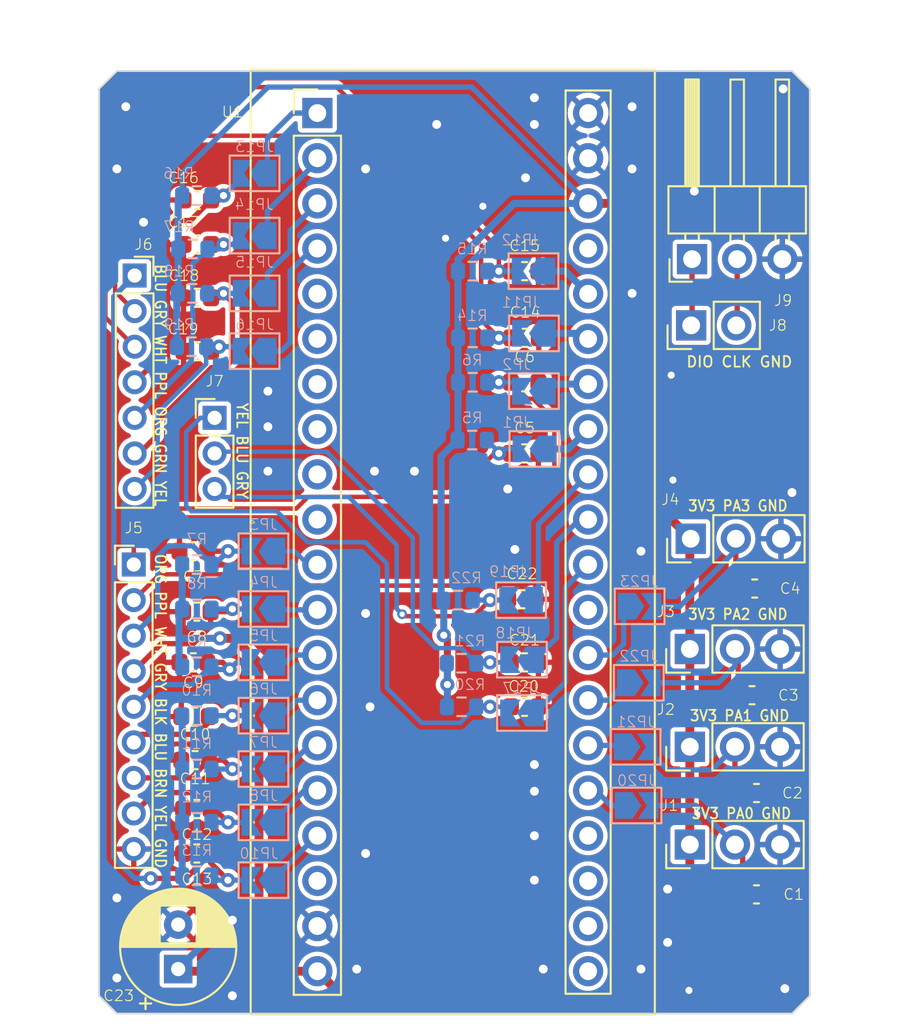
<source format=kicad_pcb>
(kicad_pcb (version 20221018) (generator pcbnew)
  (layers (0 "F.Cu" signal) (31 "B.Cu" signal) (34 "B.Paste" user) (35 "F.Paste" user) (36 "B.SilkS" user "B.Silkscreen") (37 "F.SilkS" user "F.Silkscreen") (38 "B.Mask" user) (39 "F.Mask" user) (44 "Edge.Cuts" user))
  (net 0 "")
  (net 1 "+3V3")
  (net 2 "GND")
  (net 3 "Net-(J1-Pin_2)")
  (net 4 "Net-(J2-Pin_2)")
  (net 5 "Net-(J3-Pin_2)")
  (net 6 "Net-(J4-Pin_2)")
  (net 7 "/S2_ORG")
  (net 8 "/S5_PPL")
  (net 9 "/S6_WHT")
  (net 10 "/S7_GRY")
  (net 11 "/S8_BLK")
  (net 12 "/S9_BLU")
  (net 13 "/S10_BRN")
  (net 14 "/S11_YEL")
  (net 15 "/S1_BLU")
  (net 16 "/S3_GRY")
  (net 17 "/S4_WHT")
  (net 18 "/S15_PPL")
  (net 19 "/S16_ORG")
  (net 20 "/S17_GRN")
  (net 21 "/S18_YEL")
  (net 22 "/S12_YEL")
  (net 23 "/S13_BLU")
  (net 24 "/S14_GRY")
  (net 25 "/PB0")
  (net 26 "/PB1")
  (net 27 "/PB3")
  (net 28 "/PB4")
  (net 29 "/PB5")
  (net 30 "/PB6")
  (net 31 "/PB7")
  (net 32 "/PB8")
  (net 33 "/PA2")
  (net 34 "/PB9")
  (net 35 "/PB10")
  (net 36 "/PB11")
  (net 37 "/PB12")
  (net 38 "/PB13")
  (net 39 "/PB14")
  (net 40 "/PB15")
  (net 41 "/PA3")
  (net 42 "/PA4")
  (net 43 "/PA0")
  (net 44 "/PA1")
  (net 45 "/PA8")
  (net 46 "/PA9")
  (net 47 "/PA10")
  (net 48 "/PA11")
  (net 49 "/PA12")
  (net 50 "/PA15")
  (net 54 "/PC14")
  (net 55 "/PC15")
  (net 56 "/PA5")
  (net 57 "/PA6")
  (net 58 "/PA7")
  (net 60 "Net-(J8-Pin_1)")
  (net 61 "Net-(J8-Pin_2)")
  (footprint "Capacitor_SMD:C_0603_1608Metric" (layer "F.Cu") (at 90.3 84.75 180)
    (fp_text reference "C9")
    (fp_text value "0.1uF")
  )
  (footprint "Capacitor_SMD:C_0603_1608Metric" (layer "F.Cu") (at 121.9 80.6)
    (fp_text reference "C4")
    (fp_text value "0.1uF")
  )
  (footprint "Bluepill:YAAJ_BluePill_Default" (layer "F.Cu") (at 97.284759 53.86)
    (fp_text reference "U1")
    (fp_text value "YAAJ_BluePill_Part_Like" hide)
  )
  (footprint "Capacitor_SMD:C_0603_1608Metric" (layer "F.Cu") (at 90.5 81.9 180)
    (fp_text reference "C8")
    (fp_text value "0.1uF")
  )
  (footprint "Capacitor_SMD:C_0603_1608Metric" (layer "F.Cu") (at 90.525 67.25 180)
    (fp_text reference "C19")
    (fp_text value "0.1uF")
  )
  (footprint "Capacitor_SMD:C_0603_1608Metric" (layer "F.Cu") (at 108.8 81.2)
    (fp_text reference "C22")
    (fp_text value "0.1uF")
  )
  (footprint "Capacitor_SMD:C_0603_1608Metric" (layer "F.Cu") (at 108.95 69)
    (fp_text reference "C6")
    (fp_text value "0.1uF")
  )
  (footprint "Capacitor_SMD:C_0603_1608Metric" (layer "F.Cu") (at 108.95 84.75)
    (fp_text reference "C21")
    (fp_text value "0.1uF")
  )
  (footprint "Capacitor_SMD:C_0603_1608Metric" (layer "F.Cu") (at 90.525 58.75 180)
    (fp_text reference "C16")
    (fp_text value "0.1uF")
  )
  (footprint "Capacitor_SMD:C_0603_1608Metric" (layer "F.Cu") (at 90.5 95.5 180)
    (fp_text reference "C13")
    (fp_text value "0.1uF")
  )
  (footprint "Capacitor_THT:CP_Radial_D6.3mm_P2.50mm" (layer "F.Cu") (at 89.45 102 90)
    (fp_text reference "C23")
    (fp_text value "220uF/16V")
  )
  (footprint "Capacitor_SMD:C_0603_1608Metric" (layer "F.Cu") (at 108.95 87.25)
    (fp_text reference "C20")
    (fp_text value "0.1uF")
  )
  (footprint "Capacitor_SMD:C_0603_1608Metric" (layer "F.Cu") (at 108.975 66.5)
    (fp_text reference "C14")
    (fp_text value "0.1uF")
  )
  (footprint "Connector_PinHeader_2.00mm:PinHeader_1x03_P2.00mm_Vertical" (layer "F.Cu") (at 91.5 71)
    (fp_text reference "J7")
    (fp_text value "Conn_01x03_Socket")
  )
  (footprint "Capacitor_SMD:C_0603_1608Metric" (layer "F.Cu") (at 90.4 87.8 180)
    (fp_text reference "C10")
    (fp_text value "0.1uF")
  )
  (footprint "Connector_PinHeader_2.54mm:PinHeader_1x03_P2.54mm_Vertical" (layer "F.Cu") (at 118.25 89.5 90)
    (fp_text reference "J2")
    (fp_text value "Conn_01x03_Socket")
  )
  (footprint "Capacitor_SMD:C_0603_1608Metric" (layer "F.Cu") (at 90.3 78.5 180)
    (fp_text reference "C7")
    (fp_text value "0.1uF")
  )
  (footprint "Capacitor_SMD:C_0603_1608Metric" (layer "F.Cu") (at 90.525 64.25 180)
    (fp_text reference "C18")
    (fp_text value "0.1uF")
  )
  (footprint "Capacitor_SMD:C_0603_1608Metric" (layer "F.Cu") (at 121.75 86.6)
    (fp_text reference "C3")
    (fp_text value "0.1uF")
  )
  (footprint "Capacitor_SMD:C_0603_1608Metric" (layer "F.Cu") (at 90.4 90.25 180)
    (fp_text reference "C11")
    (fp_text value "0.1uF")
  )
  (footprint "Connector_PinHeader_2.54mm:PinHeader_1x03_P2.54mm_Vertical" (layer "F.Cu") (at 118.3 77.8 90)
    (fp_text reference "J4")
    (fp_text value "Conn_01x03_Socket")
  )
  (footprint "Capacitor_SMD:C_0603_1608Metric" (layer "F.Cu") (at 108.95 73)
    (fp_text reference "C5")
    (fp_text value "0.1uF")
  )
  (footprint "Capacitor_SMD:C_0603_1608Metric" (layer "F.Cu") (at 90.525 61.25 180)
    (fp_text reference "C17")
    (fp_text value "0.1uF")
  )
  (footprint "Connector_PinHeader_2.54mm:PinHeader_1x03_P2.54mm_Vertical" (layer "F.Cu") (at 118.25 84 90)
    (fp_text reference "J3")
    (fp_text value "Conn_01x03_Socket")
  )
  (footprint "Capacitor_SMD:C_0603_1608Metric" (layer "F.Cu") (at 122 97.8)
    (fp_text reference "C1")
    (fp_text value "0.1uF")
  )
  (footprint "Connector_PinSocket_2.00mm:PinSocket_1x07_P2.00mm_Vertical" (layer "F.Cu") (at 87 63)
    (fp_text reference "J6")
    (fp_text value "Conn_01x07_Socket")
  )
  (footprint "Capacitor_SMD:C_0603_1608Metric" (layer "F.Cu") (at 108.95 62.75)
    (fp_text reference "C15")
    (fp_text value "0.1uF")
  )
  (footprint "Connector_PinHeader_2.54mm:PinHeader_1x03_P2.54mm_Vertical" (layer "F.Cu") (at 118.25 95 90)
    (fp_text reference "J1")
    (fp_text value "Conn_01x03_Socket")
  )
  (footprint "Connector_PinHeader_2.00mm:PinHeader_1x09_P2.00mm_Vertical" (layer "F.Cu") (at 86.95 79.25)
    (fp_text reference "J5")
    (fp_text value "Conn_01x09_Socket")
  )
  (footprint "Capacitor_SMD:C_0603_1608Metric" (layer "F.Cu") (at 122 92.1)
    (fp_text reference "C2")
    (fp_text value "0.1uF")
  )
  (footprint "Connector_PinHeader_2.54mm:PinHeader_1x02_P2.54mm_Vertical" (layer "F.Cu") (at 118.325 65.8 90)
    (fp_text reference "J8")
    (fp_text value "Conn_01x02")
  )
  (footprint "Capacitor_SMD:C_0603_1608Metric" (layer "F.Cu") (at 90.5 93 180)
    (fp_text reference "C12")
    (fp_text value "0.1uF")
  )
  (footprint "Connector_PinHeader_2.54mm:PinHeader_1x03_P2.54mm_Horizontal" (layer "F.Cu") (at 118.375 62.075 90)
    (fp_text reference "J9")
    (fp_text value "Conn_01x03")
  )
  (footprint "Resistor_SMD:R_0603_1608Metric" (layer "B.Cu") (at 90.5 81.75 180)
    (fp_text reference "R8")
    (fp_text value "4.7K")
  )
  (footprint "Jumper:SolderJumper-2_P1.3mm_Open_TrianglePad1.0x1.5mm" (layer "B.Cu") (at 109.5 72.75 180)
    (fp_text reference "JP1")
    (fp_text value "SolderJumper_2_Open")
  )
  (footprint "Jumper:SolderJumper-2_P1.3mm_Open_TrianglePad1.0x1.5mm" (layer "B.Cu") (at 94.25 97 180)
    (fp_text reference "JP10")
    (fp_text value "SolderJumper_2_Open")
  )
  (footprint "Jumper:SolderJumper-2_P1.3mm_Open_TrianglePad1.0x1.5mm" (layer "B.Cu") (at 93.75 60.75 180)
    (fp_text reference "JP14")
    (fp_text value "SolderJumper_2_Open")
  )
  (footprint "Resistor_SMD:R_0603_1608Metric" (layer "B.Cu") (at 90.2 67 180)
    (fp_text reference "R19")
    (fp_text value "4.7K")
  )
  (footprint "Jumper:SolderJumper-2_P1.3mm_Open_TrianglePad1.0x1.5mm" (layer "B.Cu") (at 94.25 81.75 180)
    (fp_text reference "JP4")
    (fp_text value "SolderJumper_2_Open")
  )
  (footprint "Jumper:SolderJumper-2_P1.3mm_Open_TrianglePad1.0x1.5mm" (layer "B.Cu") (at 108.75 81.25 180)
    (fp_text reference "JP19")
    (fp_text value "SolderJumper_2_Open")
  )
  (footprint "Jumper:SolderJumper-2_P1.3mm_Open_TrianglePad1.0x1.5mm" (layer "B.Cu") (at 93.75 67.25 180)
    (fp_text reference "JP16")
    (fp_text value "SolderJumper_2_Open")
  )
  (footprint "Resistor_SMD:R_0603_1608Metric" (layer "B.Cu") (at 106.025 69 180)
    (fp_text reference "R6")
    (fp_text value "4.7K")
  )
  (footprint "Resistor_SMD:R_0603_1608Metric" (layer "B.Cu") (at 90.5 90.75 180)
    (fp_text reference "R11")
    (fp_text value "4.7K")
  )
  (footprint "Jumper:SolderJumper-2_P1.3mm_Open_TrianglePad1.0x1.5mm" (layer "B.Cu") (at 94.25 84.75 180)
    (fp_text reference "JP5")
    (fp_text value "SolderJumper_2_Open")
  )
  (footprint "Jumper:SolderJumper-2_P1.3mm_Open_TrianglePad1.0x1.5mm" (layer "B.Cu") (at 109.475 66.25 180)
    (fp_text reference "JP11")
    (fp_text value "SolderJumper_2_Open")
  )
  (footprint "Jumper:SolderJumper-2_P1.3mm_Open_TrianglePad1.0x1.5mm" (layer "B.Cu") (at 93.75 64 180)
    (fp_text reference "JP15")
    (fp_text value "SolderJumper_2_Open")
  )
  (footprint "Jumper:SolderJumper-2_P1.3mm_Open_TrianglePad1.0x1.5mm" (layer "B.Cu") (at 115.375 85.9)
    (fp_text reference "JP22")
    (fp_text value "SolderJumper_2_Open")
  )
  (footprint "Resistor_SMD:R_0603_1608Metric" (layer "B.Cu") (at 90.5 96.75 180)
    (fp_text reference "R13")
    (fp_text value "4.7K")
  )
  (footprint "Jumper:SolderJumper-2_P1.3mm_Open_TrianglePad1.0x1.5mm" (layer "B.Cu") (at 108.8 84.6 180)
    (fp_text reference "JP18")
    (fp_text value "SolderJumper_2_Open")
  )
  (footprint "Resistor_SMD:R_0603_1608Metric" (layer "B.Cu") (at 105.4 87.25 180)
    (fp_text reference "R20")
    (fp_text value "4.7K")
  )
  (footprint "Resistor_SMD:R_0603_1608Metric" (layer "B.Cu") (at 90.275 61.5 180)
    (fp_text reference "R17")
    (fp_text value "4.7K")
  )
  (footprint "Jumper:SolderJumper-2_P1.3mm_Open_TrianglePad1.0x1.5mm" (layer "B.Cu") (at 108.8 87.6 180)
    (fp_text reference "JP17")
    (fp_text value "SolderJumper_2_Open")
  )
  (footprint "Jumper:SolderJumper-2_P1.3mm_Open_TrianglePad1.0x1.5mm" (layer "B.Cu") (at 94.25 93.75 180)
    (fp_text reference "JP8")
    (fp_text value "SolderJumper_2_Open")
  )
  (footprint "Resistor_SMD:R_0603_1608Metric" (layer "B.Cu") (at 90.5 85 180)
    (fp_text reference "R9")
    (fp_text value "4.7K")
  )
  (footprint "Jumper:SolderJumper-2_P1.3mm_Open_TrianglePad1.0x1.5mm" (layer "B.Cu") (at 109.475 69.5 180)
    (fp_text reference "JP2")
    (fp_text value "SolderJumper_2_Open")
  )
  (footprint "Resistor_SMD:R_0603_1608Metric" (layer "B.Cu") (at 106.025 66.5 180)
    (fp_text reference "R14")
    (fp_text value "4.7K")
  )
  (footprint "Resistor_SMD:R_0603_1608Metric" (layer "B.Cu") (at 90.5 93.75 180)
    (fp_text reference "R12")
    (fp_text value "4.7K")
  )
  (footprint "Jumper:SolderJumper-2_P1.3mm_Open_TrianglePad1.0x1.5mm" (layer "B.Cu") (at 115.25 92.8)
    (fp_text reference "JP20")
    (fp_text value "SolderJumper_2_Open")
  )
  (footprint "Resistor_SMD:R_0603_1608Metric" (layer "B.Cu") (at 106.025 62.75 180)
    (fp_text reference "R15")
    (fp_text value "4.7K")
  )
  (footprint "Jumper:SolderJumper-2_P1.3mm_Open_TrianglePad1.0x1.5mm" (layer "B.Cu") (at 109.45 62.75 180)
    (fp_text reference "JP12")
    (fp_text value "SolderJumper_2_Open")
  )
  (footprint "Jumper:SolderJumper-2_P1.3mm_Open_TrianglePad1.0x1.5mm" (layer "B.Cu") (at 94.25 78.5 180)
    (fp_text reference "JP3")
    (fp_text value "SolderJumper_2_Open")
  )
  (footprint "Resistor_SMD:R_0603_1608Metric" (layer "B.Cu") (at 90.5 79.25 180)
    (fp_text reference "R7")
    (fp_text value "4.7K")
  )
  (footprint "Jumper:SolderJumper-2_P1.3mm_Open_TrianglePad1.0x1.5mm" (layer "B.Cu") (at 93.75 57.25 180)
    (fp_text reference "JP13")
    (fp_text value "SolderJumper_2_Open")
  )
  (footprint "Jumper:SolderJumper-2_P1.3mm_Open_TrianglePad1.0x1.5mm" (layer "B.Cu") (at 115.2 89.5)
    (fp_text reference "JP21")
    (fp_text value "SolderJumper_2_Open")
  )
  (footprint "Resistor_SMD:R_0603_1608Metric" (layer "B.Cu") (at 105.4 84.8 180)
    (fp_text reference "R21")
    (fp_text value "4.7K")
  )
  (footprint "Resistor_SMD:R_0603_1608Metric" (layer "B.Cu") (at 106 72.25 180)
    (fp_text reference "R5")
    (fp_text value "4.7K")
  )
  (footprint "Resistor_SMD:R_0603_1608Metric" (layer "B.Cu") (at 90.25 64 180)
    (fp_text reference "R18")
    (fp_text value "4.7K")
  )
  (footprint "Jumper:SolderJumper-2_P1.3mm_Open_TrianglePad1.0x1.5mm" (layer "B.Cu") (at 115.425 81.6)
    (fp_text reference "JP23")
    (fp_text value "SolderJumper_2_Open")
  )
  (footprint "Resistor_SMD:R_0603_1608Metric" (layer "B.Cu") (at 105.2 81.25 180)
    (fp_text reference "R22")
    (fp_text value "4.7K")
  )
  (footprint "Resistor_SMD:R_0603_1608Metric" (layer "B.Cu") (at 90.5 58.5 180)
    (fp_text reference "R16")
    (fp_text value "4.7K")
  )
  (footprint "Jumper:SolderJumper-2_P1.3mm_Open_TrianglePad1.0x1.5mm" (layer "B.Cu") (at 94.25 87.75 180)
    (fp_text reference "JP6")
    (fp_text value "SolderJumper_2_Open")
  )
  (footprint "Resistor_SMD:R_0603_1608Metric" (layer "B.Cu") (at 90.5 87.75 180)
    (fp_text reference "R10")
    (fp_text value "4.7K")
  )
  (footprint "Jumper:SolderJumper-2_P1.3mm_Open_TrianglePad1.0x1.5mm" (layer "B.Cu") (at 94.25 90.75 180)
    (fp_text reference "JP7")
    (fp_text value "SolderJumper_2_Open")
  )
  (gr_line (start 85 103.5) (end 86 104.5) (stroke (width 0.1)) (layer "Edge.Cuts"))
  (gr_line (start 125 52.5) (end 125 103.5) (stroke (width 0.1)) (layer "Edge.Cuts"))
  (gr_line (start 124 51.5) (end 125 52.5) (stroke (width 0.1)) (layer "Edge.Cuts"))
  (gr_line (start 86 51.5) (end 85 52.5) (stroke (width 0.1)) (layer "Edge.Cuts"))
  (gr_line (start 85 103.5) (end 85 52.5) (stroke (width 0.1)) (layer "Edge.Cuts"))
  (gr_line (start 124 104.5) (end 86 104.5) (stroke (width 0.1)) (layer "Edge.Cuts"))
  (gr_line (start 86 51.5) (end 124 51.5) (stroke (width 0.1)) (layer "Edge.Cuts"))
  (gr_line (start 125 103.5) (end 124 104.5) (stroke (width 0.1)) (layer "Edge.Cuts"))
  (gr_text "ORG PPL WHT GRY BLK BLU BRN YEL GND" (at 88.1 78.6 270) (layer "F.SilkS") (effects (font (size 0.6 0.55) (thickness 0.1) bold) (justify left bottom)))
  (gr_text "BLU GRY WHT PPL ORG GRN YEL" (at 88.1 62.3 270) (layer "F.SilkS") (effects (font (size 0.6 0.55) (thickness 0.1) bold) (justify left bottom)))
  (gr_text "3V3 PA0 GND" (at 118.3 93.6) (layer "F.SilkS") (effects (font (size 0.6 0.55) (thickness 0.1) bold) (justify left bottom)))
  (gr_text "YEL BLU GRY" (at 92.7 70.1 270) (layer "F.SilkS") (effects (font (size 0.6 0.55) (thickness 0.1) bold) (justify left bottom)))
  (gr_text "3V3 PA3 GND" (at 118.1 76.3) (layer "F.SilkS") (effects (font (size 0.6 0.55) (thickness 0.1) bold) (justify left bottom)))
  (gr_text "3V3 PA2 GND" (at 118.1 82.4) (layer "F.SilkS") (effects (font (size 0.6 0.55) (thickness 0.1) bold) (justify left bottom)))
  (gr_text "DIO CLK GND" (at 118 68.2) (layer "F.SilkS") (effects (font (size 0.6 0.6) (thickness 0.1) bold) (justify left bottom)))
  (gr_text "3V3 PA1 GND" (at 118.2 88.1) (layer "F.SilkS") (effects (font (size 0.6 0.55) (thickness 0.1) bold) (justify left bottom)))
  (segment (start 118.25 95) (end 118.25 101.15) (width 0.5) (layer "F.Cu") (net 1))
  (segment (start 118.25 84) (end 118.25 89.5) (width 0.5) (layer "F.Cu") (net 1))
  (segment (start 94 84.8) (end 92.6 83.4) (width 0.5) (layer "F.Cu") (net 1))
  (segment (start 98.684759 103.52) (end 97.284759 102.12) (width 0.5) (layer "F.Cu") (net 1))
  (segment (start 115.88 103.52) (end 98.684759 103.52) (width 0.5) (layer "F.Cu") (net 1))
  (segment (start 118.25 89.5) (end 118.25 95) (width 0.5) (layer "F.Cu") (net 1))
  (segment (start 116 60.5) (end 116 75.5) (width 0.5) (layer "F.Cu") (net 1))
  (segment (start 92.6 83.4) (end 91.8 83.4) (width 0.5) (layer "F.Cu") (net 1))
  (segment (start 116 75.5) (end 118.3 77.8) (width 0.5) (layer "F.Cu") (net 1))
  (segment (start 114.44 58.94) (end 116 60.5) (width 0.5) (layer "F.Cu") (net 1))
  (segment (start 118.25 101.15) (end 115.88 103.52) (width 0.5) (layer "F.Cu") (net 1))
  (segment (start 118.25 77.85) (end 118.25 84) (width 0.5) (layer "F.Cu") (net 1))
  (segment (start 112.524759 58.94) (end 114.44 58.94) (width 0.5) (layer "F.Cu") (net 1))
  (segment (start 97.284759 102.12) (end 94 102.12) (width 0.5) (layer "F.Cu") (net 1))
  (segment (start 89.57 102.12) (end 89.45 102) (width 0.5) (layer "F.Cu") (net 1))
  (segment (start 118.3 77.8) (end 118.25 77.85) (width 0.5) (layer "F.Cu") (net 1))
  (segment (start 94 102.12) (end 94 84.8) (width 0.5) (layer "F.Cu") (net 1))
  (segment (start 94 102.12) (end 89.57 102.12) (width 0.5) (layer "F.Cu") (net 1))
  (segment (start 104.4 83.2255) (end 104.6 83.4255) (width 0.4) (layer "F.Cu") (net 1))
  (segment (start 104.6 83.4255) (end 104.6 86) (width 0.4) (layer "F.Cu") (net 1))
  (via (at 91.8 83.4) (size 0.8) (drill 0.4) (layers "F.Cu" "B.Cu") (net 1))
  (via (at 104.6 86) (size 0.8) (drill 0.4) (layers "F.Cu" "B.Cu") (net 1))
  (via (at 104.4 83.2255) (size 0.8) (drill 0.4) (layers "F.Cu" "B.Cu") (net 1))
  (segment (start 104.6 86) (end 104.6 84.825) (width 0.4) (layer "B.Cu") (net 1))
  (segment (start 89.675 97.425) (end 91.1 98.85) (width 0.4) (layer "B.Cu") (net 1))
  (segment (start 89.45 61.5) (end 89.45 58.725) (width 0.4) (layer "B.Cu") (net 1))
  (segment (start 89.675 87.75) (end 89.675 90.75) (width 0.4) (layer "B.Cu") (net 1))
  (segment (start 104.25 73.175) (end 105.175 72.25) (width 0.4) (layer "B.Cu") (net 1))
  (segment (start 89.675 57.225) (end 94.5 52.4) (width 0.3) (layer "B.Cu") (net 1))
  (segment (start 89.675 93.75) (end 89.675 96.75) (width 0.4) (layer "B.Cu") (net 1))
  (segment (start 105.2 62.75) (end 105.2 69) (width 0.4) (layer "B.Cu") (net 1))
  (segment (start 94.5 52.4) (end 105.984759 52.4) (width 0.3) (layer "B.Cu") (net 1))
  (segment (start 89.5 83.2) (end 89.5 84.825) (width 0.4) (layer "B.Cu") (net 1))
  (segment (start 104.6 84.825) (end 104.575 84.8) (width 0.4) (layer "B.Cu") (net 1))
  (segment (start 89.675 90.75) (end 89.675 93.75) (width 0.4) (layer "B.Cu") (net 1))
  (segment (start 104.4 83.2255) (end 104.4 81.275) (width 0.4) (layer "B.Cu") (net 1))
  (segment (start 105.175 72.25) (end 105.2 72.225) (width 0.4) (layer "B.Cu") (net 1))
  (segment (start 105.2 62.75) (end 105.2 62.1) (width 0.4) (layer "B.Cu") (net 1))
  (segment (start 108.36 58.94) (end 112.524759 58.94) (width 0.4) (layer "B.Cu") (net 1))
  (segment (start 89.675 96.75) (end 89.675 97.425) (width 0.4) (layer "B.Cu") (net 1))
  (segment (start 89.675 81.75) (end 89.675 79.25) (width 0.4) (layer "B.Cu") (net 1))
  (segment (start 105.984759 52.4) (end 112.524759 58.94) (width 0.3) (layer "B.Cu") (net 1))
  (segment (start 89.375 64.05) (end 89.425 64) (width 0.4) (layer "B.Cu") (net 1))
  (segment (start 89.45 61.5) (end 89.45 63.975) (width 0.4) (layer "B.Cu") (net 1))
  (segment (start 104.6 87.225) (end 104.575 87.25) (width 0.4) (layer "B.Cu") (net 1))
  (segment (start 89.45 58.725) (end 89.675 58.5) (width 0.4) (layer "B.Cu") (net 1))
  (segment (start 89.5 83.2) (end 89.5 83.4) (width 0.4) (layer "B.Cu") (net 1))
  (segment (start 104.6 86) (end 104.6 87.225) (width 0.4) (layer "B.Cu") (net 1))
  (segment (start 89.675 58.5) (end 89.675 57.225) (width 0.3) (layer "B.Cu") (net 1))
  (segment (start 89.675 81.75) (end 89.5 81.925) (width 0.4) (layer "B.Cu") (net 1))
  (segment (start 104.375 81.25) (end 104.25 81.125) (width 0.4) (layer "B.Cu") (net 1))
  (segment (start 105.2 72.225) (end 105.2 69) (width 0.4) (layer "B.Cu") (net 1))
  (segment (start 89.45 63.975) (end 89.425 64) (width 0.4) (layer "B.Cu") (net 1))
  (segment (start 89.5 81.925) (end 89.5 83.2) (width 0.4) (layer "B.Cu") (net 1))
  (segment (start 91.1 98.85) (end 91.1 100.35) (width 0.4) (layer "B.Cu") (net 1))
  (segment (start 91.1 100.35) (end 89.45 102) (width 0.4) (layer "B.Cu") (net 1))
  (segment (start 104.4 81.275) (end 104.375 81.25) (width 0.4) (layer "B.Cu") (net 1))
  (segment (start 104.25 81.125) (end 104.25 73.175) (width 0.4) (layer "B.Cu") (net 1))
  (segment (start 89.5 83.4) (end 91.8 83.4) (width 0.4) (layer "B.Cu") (net 1))
  (segment (start 105.2 62.1) (end 108.36 58.94) (width 0.4) (layer "B.Cu") (net 1))
  (segment (start 89.5 84.825) (end 89.675 85) (width 0.4) (layer "B.Cu") (net 1))
  (segment (start 89.375 67) (end 89.375 64.05) (width 0.4) (layer "B.Cu") (net 1))
  (via (at 94.5 69.5) (size 1) (drill 0.5) (layers "F.Cu" "B.Cu") (net 2))
  (via (at 118.2 103.2) (size 0.8) (drill 0.4) (layers "F.Cu" "B.Cu") (net 2))
  (via (at 86 98) (size 1) (drill 0.5) (layers "F.Cu" "B.Cu") (net 2))
  (via (at 115 53.5) (size 1) (drill 0.5) (layers "F.Cu" "B.Cu") (net 2))
  (via (at 118.5 58.25) (size 1) (drill 0.5) (layers "F.Cu" "B.Cu") (net 2))
  (via (at 109.5 90.5) (size 1) (drill 0.5) (layers "F.Cu" "B.Cu") (net 2))
  (via (at 109 57.5) (size 1) (drill 0.5) (layers "F.Cu" "B.Cu") (net 2))
  (via (at 109.5 54.5) (size 1) (drill 0.5) (layers "F.Cu" "B.Cu") (net 2))
  (via (at 115 57) (size 1) (drill 0.5) (layers "F.Cu" "B.Cu") (net 2))
  (via (at 106.6 59.1) (size 0.8) (drill 0.4) (layers "F.Cu" "B.Cu") (net 2))
  (via (at 117.3 74.5) (size 0.8) (drill 0.4) (layers "F.Cu" "B.Cu") (net 2))
  (via (at 115.5 102) (size 1) (drill 0.5) (layers "F.Cu" "B.Cu") (net 2))
  (via (at 100 82) (size 1) (drill 0.5) (layers "F.Cu" "B.Cu") (net 2))
  (via (at 117 100.5) (size 1) (drill 0.5) (layers "F.Cu" "B.Cu") (net 2))
  (via (at 115 64) (size 1) (drill 0.5) (layers "F.Cu" "B.Cu") (net 2))
  (via (at 99.5 102) (size 1) (drill 0.5) (layers "F.Cu" "B.Cu") (net 2))
  (via (at 100.5 74) (size 1) (drill 0.5) (layers "F.Cu" "B.Cu") (net 2))
  (via (at 100 57) (size 1) (drill 0.5) (layers "F.Cu" "B.Cu") (net 2))
  (via (at 115.5 78.5) (size 1) (drill 0.5) (layers "F.Cu" "B.Cu") (net 2))
  (via (at 110 102) (size 1) (drill 0.5) (layers "F.Cu" "B.Cu") (net 2))
  (via (at 92.5 99.25) (size 1) (drill 0.5) (layers "F.Cu" "B.Cu") (net 2))
  (via (at 102.75 74) (size 1) (drill 0.5) (layers "F.Cu" "B.Cu") (net 2))
  (via (at 124 75.2) (size 1) (drill 0.5) (layers "F.Cu" "B.Cu") (net 2))
  (via (at 123.6 103.1) (size 1) (drill 0.5) (layers "F.Cu" "B.Cu") (net 2))
  (via (at 86 102.5) (size 1) (drill 0.5) (layers "F.Cu" "B.Cu") (net 2))
  (via (at 117.2 68.6) (size 0.8) (drill 0.4) (layers "F.Cu" "B.Cu") (net 2))
  (via (at 104.5 60.9) (size 0.8) (drill 0.4) (layers "F.Cu" "B.Cu") (net 2))
  (via (at 94.5 71.5) (size 1) (drill 0.5) (layers "F.Cu" "B.Cu") (net 2))
  (via (at 86.5 53.5) (size 1) (drill 0.5) (layers "F.Cu" "B.Cu") (net 2))
  (via (at 123.5 52.5) (size 1) (drill 0.5) (layers "F.Cu" "B.Cu") (net 2))
  (via (at 86 57) (size 1) (drill 0.5) (layers "F.Cu" "B.Cu") (net 2))
  (via (at 100.25 87.25) (size 1) (drill 0.5) (layers "F.Cu" "B.Cu") (net 2))
  (via (at 94.5 74) (size 1) (drill 0.5) (layers "F.Cu" "B.Cu") (net 2))
  (via (at 109.5 97) (size 1) (drill 0.5) (layers "F.Cu" "B.Cu") (net 2))
  (via (at 108 75) (size 1) (drill 0.5) (layers "F.Cu" "B.Cu") (net 2))
  (via (at 87.5 60) (size 1) (drill 0.5) (layers "F.Cu" "B.Cu") (net 2))
  (via (at 108.4 78.4) (size 1) (drill 0.5) (layers "F.Cu" "B.Cu") (net 2))
  (via (at 100 95.5) (size 1) (drill 0.5) (layers "F.Cu" "B.Cu") (net 2))
  (via (at 109.5 92) (size 1) (drill 0.5) (layers "F.Cu" "B.Cu") (net 2))
  (via (at 109.5 94.5) (size 1) (drill 0.5) (layers "F.Cu" "B.Cu") (net 2))
  (via (at 104 54.5) (size 1) (drill 0.5) (layers "F.Cu" "B.Cu") (net 2))
  (via (at 92.5 103.5) (size 1) (drill 0.5) (layers "F.Cu" "B.Cu") (net 2))
  (via (at 117 97.5) (size 1) (drill 0.5) (layers "F.Cu" "B.Cu") (net 2))
  (via (at 109.5 53) (size 1) (drill 0.5) (layers "F.Cu" "B.Cu") (net 2))
  (segment (start 121.225 97.8) (end 121.225 95.435) (width 0.3) (layer "F.Cu") (net 3))
  (segment (start 121.225 95.435) (end 120.79 95) (width 0.3) (layer "F.Cu") (net 3))
  (segment (start 118.59 92.8) (end 120.79 95) (width 0.3) (layer "B.Cu") (net 3))
  (segment (start 115.975 92.8) (end 118.59 92.8) (width 0.3) (layer "B.Cu") (net 3))
  (segment (start 120.79 91.665) (end 120.79 89.5) (width 0.3) (layer "F.Cu") (net 4))
  (segment (start 121.225 92.1) (end 120.79 91.665) (width 0.3) (layer "F.Cu") (net 4))
  (segment (start 117 90.8) (end 119.49 90.8) (width 0.3) (layer "B.Cu") (net 4))
  (segment (start 115.975 89.775) (end 117 90.8) (width 0.3) (layer "B.Cu") (net 4))
  (segment (start 115.975 89.5) (end 115.975 89.775) (width 0.3) (layer "B.Cu") (net 4))
  (segment (start 119.49 90.8) (end 120.79 89.5) (width 0.3) (layer "B.Cu") (net 4))
  (segment (start 120.79 84.48) (end 120.79 84) (width 0.3) (layer "F.Cu") (net 5))
  (segment (start 120.975 86.6) (end 120.975 84.665) (width 0.3) (layer "F.Cu") (net 5))
  (segment (start 120.975 84.665) (end 120.79 84.48) (width 0.3) (layer "F.Cu") (net 5))
  (segment (start 119.85 85.9) (end 120.79 84.96) (width 0.3) (layer "B.Cu") (net 5))
  (segment (start 116.1 85.9) (end 119.85 85.9) (width 0.3) (layer "B.Cu") (net 5))
  (segment (start 120.79 84.96) (end 120.79 84) (width 0.3) (layer "B.Cu") (net 5))
  (segment (start 121.125 80.6) (end 120.84 80.315) (width 0.3) (layer "F.Cu") (net 6))
  (segment (start 120.84 80.315) (end 120.84 77.8) (width 0.3) (layer "F.Cu") (net 6))
  (segment (start 117.69 81.6) (end 120.84 78.45) (width 0.3) (layer "B.Cu") (net 6))
  (segment (start 120.84 78.45) (end 120.84 77.8) (width 0.3) (layer "B.Cu") (net 6))
  (segment (start 116.15 81.6) (end 117.69 81.6) (width 0.3) (layer "B.Cu") (net 6))
  (segment (start 107.5 73) (end 107.25 73) (width 0.25) (layer "F.Cu") (net 7))
  (segment (start 107.25 73) (end 104.805 75.445) (width 0.25) (layer "F.Cu") (net 7))
  (segment (start 86.95 78.05) (end 86.95 79.25) (width 0.25) (layer "F.Cu") (net 7))
  (segment (start 96.756636 75.445) (end 96.101636 76.1) (width 0.25) (layer "F.Cu") (net 7))
  (segment (start 107.5 73) (end 108.175 73) (width 0.25) (layer "F.Cu") (net 7))
  (segment (start 88.9 76.1) (end 86.95 78.05) (width 0.25) (layer "F.Cu") (net 7))
  (segment (start 96.101636 76.1) (end 88.9 76.1) (width 0.25) (layer "F.Cu") (net 7))
  (segment (start 104.805 75.445) (end 96.756636 75.445) (width 0.25) (layer "F.Cu") (net 7))
  (via (at 107.5 73) (size 0.8) (drill 0.4) (layers "F.Cu" "B.Cu") (net 7))
  (segment (start 107.75 72.75) (end 108.775 72.75) (width 0.25) (layer "B.Cu") (net 7))
  (segment (start 107.5 73) (end 107.5 72.925) (width 0.25) (layer "B.Cu") (net 7))
  (segment (start 107.5 72.925) (end 106.825 72.25) (width 0.25) (layer "B.Cu") (net 7))
  (segment (start 107.5 73) (end 107.75 72.75) (width 0.25) (layer "B.Cu") (net 7))
  (segment (start 95.2 79.8) (end 95.835 80.435) (width 0.25) (layer "F.Cu") (net 8))
  (segment (start 110.625 74.625) (end 110.625 71.125) (width 0.25) (layer "F.Cu") (net 8))
  (segment (start 107.5 69) (end 108.175 69) (width 0.25) (layer "F.Cu") (net 8))
  (segment (start 104.815 80.435) (end 110.625 74.625) (width 0.25) (layer "F.Cu") (net 8))
  (segment (start 88.4 79.8) (end 95.2 79.8) (width 0.25) (layer "F.Cu") (net 8))
  (segment (start 109.1 69.925) (end 108.175 69) (width 0.25) (layer "F.Cu") (net 8))
  (segment (start 86.95 81.25) (end 88.4 79.8) (width 0.25) (layer "F.Cu") (net 8))
  (segment (start 110.625 71.125) (end 109.425 69.925) (width 0.25) (layer "F.Cu") (net 8))
  (segment (start 95.835 80.435) (end 104.815 80.435) (width 0.25) (layer "F.Cu") (net 8))
  (segment (start 109.425 69.925) (end 109.1 69.925) (width 0.25) (layer "F.Cu") (net 8))
  (via (at 107.5 69) (size 0.8) (drill 0.4) (layers "F.Cu" "B.Cu") (net 8))
  (segment (start 106.85 69) (end 107.5 69) (width 0.25) (layer "B.Cu") (net 8))
  (segment (start 108.25 69) (end 107.5 69) (width 0.25) (layer "B.Cu") (net 8))
  (segment (start 108.75 69.5) (end 108.25 69) (width 0.25) (layer "B.Cu") (net 8))
  (segment (start 92.25 78.5) (end 91.075 78.5) (width 0.3) (layer "F.Cu") (net 9))
  (via (at 92.25 78.5) (size 0.8) (drill 0.4) (layers "F.Cu" "B.Cu") (net 9))
  (segment (start 90.275 78.2) (end 91.325 79.25) (width 0.3) (layer "B.Cu") (net 9))
  (segment (start 91.325 79.25) (end 91.5 79.25) (width 0.3) (layer "B.Cu") (net 9))
  (segment (start 91.5 79.25) (end 92.25 78.5) (width 0.3) (layer "B.Cu") (net 9))
  (segment (start 86.95 83.205761) (end 88.3 81.855761) (width 0.3) (layer "B.Cu") (net 9))
  (segment (start 92.25 78.5) (end 93.525 78.5) (width 0.3) (layer "B.Cu") (net 9))
  (segment (start 86.95 83.25) (end 86.95 83.205761) (width 0.3) (layer "B.Cu") (net 9))
  (segment (start 88.9 78.2) (end 90.275 78.2) (width 0.3) (layer "B.Cu") (net 9))
  (segment (start 88.3 81.855761) (end 88.3 78.8) (width 0.3) (layer "B.Cu") (net 9))
  (segment (start 88.3 78.8) (end 88.9 78.2) (width 0.3) (layer "B.Cu") (net 9))
  (segment (start 92.5 81.75) (end 92.35 81.9) (width 0.3) (layer "F.Cu") (net 10))
  (segment (start 86.95 85.25) (end 88.5 83.7) (width 0.3) (layer "F.Cu") (net 10))
  (segment (start 90.3 83.7) (end 91.275 82.725) (width 0.3) (layer "F.Cu") (net 10))
  (segment (start 91.275 82.725) (end 91.275 81.9) (width 0.3) (layer "F.Cu") (net 10))
  (segment (start 92.35 81.9) (end 91.275 81.9) (width 0.3) (layer "F.Cu") (net 10))
  (segment (start 88.5 83.7) (end 90.3 83.7) (width 0.3) (layer "F.Cu") (net 10))
  (via (at 92.5 81.75) (size 0.8) (drill 0.4) (layers "F.Cu" "B.Cu") (net 10))
  (segment (start 92.5 81.75) (end 93.525 81.75) (width 0.3) (layer "B.Cu") (net 10))
  (segment (start 91.325 81.75) (end 92.5 81.75) (width 0.3) (layer "B.Cu") (net 10))
  (segment (start 91.948624 84.75) (end 92.349312 85.150688) (width 0.3) (layer "F.Cu") (net 11))
  (segment (start 91.075 84.75) (end 91.948624 84.75) (width 0.3) (layer "F.Cu") (net 11))
  (via (at 92.349312 85.150688) (size 0.8) (drill 0.4) (layers "F.Cu" "B.Cu") (net 11))
  (segment (start 92.349312 85.150688) (end 91.475688 85.150688) (width 0.3) (layer "B.Cu") (net 11))
  (segment (start 90.25 86) (end 88.2 86) (width 0.3) (layer "B.Cu") (net 11))
  (segment (start 91.325 85) (end 91.25 85) (width 0.3) (layer "B.Cu") (net 11))
  (segment (start 92.75 84.75) (end 93.525 84.75) (width 0.3) (layer "B.Cu") (net 11))
  (segment (start 88.2 86) (end 86.95 87.25) (width 0.3) (layer "B.Cu") (net 11))
  (segment (start 92.349312 85.150688) (end 92.75 84.75) (width 0.3) (layer "B.Cu") (net 11))
  (segment (start 91.25 85) (end 90.25 86) (width 0.3) (layer "B.Cu") (net 11))
  (segment (start 91.475688 85.150688) (end 91.325 85) (width 0.3) (layer "B.Cu") (net 11))
  (segment (start 87.4 88.8) (end 90.5 88.8) (width 0.3) (layer "F.Cu") (net 12))
  (segment (start 91.175 88.125) (end 91.175 87.8) (width 0.3) (layer "F.Cu") (net 12))
  (segment (start 91.175 87.8) (end 91.225 87.75) (width 0.3) (layer "F.Cu") (net 12))
  (segment (start 90.5 88.8) (end 91.175 88.125) (width 0.3) (layer "F.Cu") (net 12))
  (segment (start 86.95 89.25) (end 87.4 88.8) (width 0.3) (layer "F.Cu") (net 12))
  (segment (start 91.225 87.75) (end 92.5 87.75) (width 0.3) (layer "F.Cu") (net 12))
  (via (at 92.5 87.75) (size 0.8) (drill 0.4) (layers "F.Cu" "B.Cu") (net 12))
  (segment (start 92.5 87.75) (end 93.525 87.75) (width 0.3) (layer "B.Cu") (net 12))
  (segment (start 92.5 87.75) (end 91.325 87.75) (width 0.3) (layer "B.Cu") (net 12))
  (segment (start 92 90.25) (end 92.5 90.75) (width 0.3) (layer "F.Cu") (net 13))
  (segment (start 90.175 91.25) (end 91.175 90.25) (width 0.3) (layer "F.Cu") (net 13))
  (segment (start 91.175 90.25) (end 92 90.25) (width 0.3) (layer "F.Cu") (net 13))
  (segment (start 86.95 91.25) (end 90.175 91.25) (width 0.3) (layer "F.Cu") (net 13))
  (via (at 92.5 90.75) (size 0.8) (drill 0.4) (layers "F.Cu" "B.Cu") (net 13))
  (segment (start 92.5 90.75) (end 93.525 90.75) (width 0.3) (layer "B.Cu") (net 13))
  (segment (start 92.5 90.75) (end 91.325 90.75) (width 0.3) (layer "B.Cu") (net 13))
  (segment (start 86.95 93.25) (end 88.125 92.075) (width 0.3) (layer "F.Cu") (net 14))
  (segment (start 92.25 93.75) (end 91.5 93) (width 0.3) (layer "F.Cu") (net 14))
  (segment (start 90.35 92.075) (end 91.275 93) (width 0.3) (layer "F.Cu") (net 14))
  (segment (start 91.5 93) (end 91.275 93) (width 0.3) (layer "F.Cu") (net 14))
  (segment (start 88.125 92.075) (end 90.35 92.075) (width 0.3) (layer "F.Cu") (net 14))
  (via (at 92.25 93.75) (size 0.8) (drill 0.4) (layers "F.Cu" "B.Cu") (net 14))
  (segment (start 92.25 93.75) (end 91.325 93.75) (width 0.3) (layer "B.Cu") (net 14))
  (segment (start 92.25 93.75) (end 93.525 93.75) (width 0.3) (layer "B.Cu") (net 14))
  (segment (start 87.9 96.9) (end 89.875 96.9) (width 0.3) (layer "F.Cu") (net 15))
  (segment (start 91.275 96.025) (end 92.25 97) (width 0.3) (layer "F.Cu") (net 15))
  (segment (start 91.275 95.5) (end 91.275 96.025) (width 0.3) (layer "F.Cu") (net 15))
  (segment (start 89.875 96.9) (end 91.275 95.5) (width 0.3) (layer "F.Cu") (net 15))
  (via (at 87.9 96.9) (size 0.8) (drill 0.4) (layers "F.Cu" "B.Cu") (net 15))
  (via (at 92.25 97) (size 0.8) (drill 0.4) (layers "F.Cu" "B.Cu") (net 15))
  (segment (start 92.25 97) (end 91.575 97) (width 0.3) (layer "B.Cu") (net 15))
  (segment (start 85.825 95.715991) (end 87.009009 96.9) (width 0.3) (layer "B.Cu") (net 15))
  (segment (start 91.575 97) (end 91.325 96.75) (width 0.3) (layer "B.Cu") (net 15))
  (segment (start 92.25 97) (end 93.525 97) (width 0.3) (layer "B.Cu") (net 15))
  (segment (start 87.009009 96.9) (end 87.9 96.9) (width 0.3) (layer "B.Cu") (net 15))
  (segment (start 85.825 64.175) (end 85.825 95.715991) (width 0.3) (layer "B.Cu") (net 15))
  (segment (start 87 63) (end 85.825 64.175) (width 0.3) (layer "B.Cu") (net 15))
  (segment (start 106.5 65.5) (end 107.5 66.5) (width 0.25) (layer "F.Cu") (net 16))
  (segment (start 90.542818 55.135) (end 100.331941 55.135) (width 0.25) (layer "F.Cu") (net 16))
  (segment (start 100.331941 55.135) (end 106.5 61.303059) (width 0.25) (layer "F.Cu") (net 16))
  (segment (start 106.5 61.303059) (end 106.5 65.5) (width 0.25) (layer "F.Cu") (net 16))
  (segment (start 107.5 66.5) (end 108.2 66.5) (width 0.3) (layer "F.Cu") (net 16))
  (segment (start 85.9 63.9) (end 85.9 59.777818) (width 0.25) (layer "F.Cu") (net 16))
  (segment (start 87 65) (end 85.9 63.9) (width 0.25) (layer "F.Cu") (net 16))
  (segment (start 85.9 59.777818) (end 90.542818 55.135) (width 0.25) (layer "F.Cu") (net 16))
  (via (at 107.5 66.5) (size 0.8) (drill 0.4) (layers "F.Cu" "B.Cu") (net 16))
  (segment (start 108.75 66.25) (end 108.5 66.5) (width 0.3) (layer "B.Cu") (net 16))
  (segment (start 108.5 66.5) (end 107.5 66.5) (width 0.3) (layer "B.Cu") (net 16))
  (segment (start 106.85 66.5) (end 107.5 66.5) (width 0.3) (layer "B.Cu") (net 16))
  (segment (start 107.5 62.75) (end 107.5 61.525241) (width 0.25) (layer "F.Cu") (net 17))
  (segment (start 92.5 52.4) (end 85.35 59.55) (width 0.25) (layer "F.Cu") (net 17))
  (segment (start 107.5 62.75) (end 108.175 62.75) (width 0.3) (layer "F.Cu") (net 17))
  (segment (start 85.35 59.55) (end 85.35 65.35) (width 0.25) (layer "F.Cu") (net 17))
  (segment (start 98.374759 52.4) (end 92.5 52.4) (width 0.25) (layer "F.Cu") (net 17))
  (segment (start 85.35 65.35) (end 87 67) (width 0.25) (layer "F.Cu") (net 17))
  (segment (start 107.5 61.525241) (end 98.374759 52.4) (width 0.25) (layer "F.Cu") (net 17))
  (via (at 107.5 62.75) (size 0.8) (drill 0.4) (layers "F.Cu" "B.Cu") (net 17))
  (segment (start 107.5 62.75) (end 108.725 62.75) (width 0.3) (layer "B.Cu") (net 17))
  (segment (start 107.5 62.75) (end 106.85 62.75) (width 0.3) (layer "B.Cu") (net 17))
  (segment (start 89.3 59.9) (end 90.15 59.9) (width 0.3) (layer "F.Cu") (net 18))
  (segment (start 91.3 58.75) (end 91.75 58.75) (width 0.3) (layer "F.Cu") (net 18))
  (segment (start 91.75 58.75) (end 92 58.5) (width 0.3) (layer "F.Cu") (net 18))
  (segment (start 87 69) (end 88.175 67.825) (width 0.3) (layer "F.Cu") (net 18))
  (segment (start 88.175 67.825) (end 88.175 61.025) (width 0.3) (layer "F.Cu") (net 18))
  (segment (start 90.15 59.9) (end 91.3 58.75) (width 0.3) (layer "F.Cu") (net 18))
  (segment (start 88.175 61.025) (end 89.3 59.9) (width 0.3) (layer "F.Cu") (net 18))
  (via (at 92 58.5) (size 0.8) (drill 0.4) (layers "F.Cu" "B.Cu") (net 18))
  (segment (start 91.325 58.5) (end 92 58.5) (width 0.3) (layer "B.Cu") (net 18))
  (segment (start 92 58.5) (end 92.0125 58.5) (width 0.3) (layer "B.Cu") (net 18))
  (segment (start 93.025 57.4875) (end 93.025 57.25) (width 0.3) (layer "B.Cu") (net 18))
  (segment (start 92.0125 58.5) (end 93.025 57.4875) (width 0.3) (layer "B.Cu") (net 18))
  (segment (start 92 61.25) (end 91.3 61.25) (width 0.3) (layer "F.Cu") (net 19))
  (via (at 92 61.25) (size 0.8) (drill 0.4) (layers "F.Cu" "B.Cu") (net 19))
  (segment (start 92 61.25) (end 91.75 61.5) (width 0.3) (layer "B.Cu") (net 19))
  (segment (start 90.2 66.430761) (end 90.2 67.8) (width 0.3) (layer "B.Cu") (net 19))
  (segment (start 90.275 66.355761) (end 90.2 66.430761) (width 0.3) (layer "B.Cu") (net 19))
  (segment (start 91.75 61.5) (end 91.1 61.5) (width 0.3) (layer "B.Cu") (net 19))
  (segment (start 90.275 62.325) (end 90.275 66.355761) (width 0.3) (layer "B.Cu") (net 19))
  (segment (start 92 61.25) (end 92.525 61.25) (width 0.3) (layer "B.Cu") (net 19))
  (segment (start 92.525 61.25) (end 93.025 60.75) (width 0.3) (layer "B.Cu") (net 19))
  (segment (start 91.1 61.5) (end 90.275 62.325) (width 0.3) (layer "B.Cu") (net 19))
  (segment (start 90.2 67.8) (end 87 71) (width 0.3) (layer "B.Cu") (net 19))
  (segment (start 91.325 68.175) (end 88.25 71.25) (width 0.3) (layer "F.Cu") (net 20))
  (segment (start 92.075 68.175) (end 91.325 68.175) (width 0.3) (layer "F.Cu") (net 20))
  (segment (start 92.5 67.75) (end 92.075 68.175) (width 0.3) (layer "F.Cu") (net 20))
  (segment (start 87.25 73) (end 87 73) (width 0.3) (layer "F.Cu") (net 20))
  (segment (start 91.75 64.25) (end 92 64) (width 0.3) (layer "F.Cu") (net 20))
  (segment (start 92 64) (end 92.5 64.5) (width 0.3) (layer "F.Cu") (net 20))
  (segment (start 91.3 64.25) (end 91.75 64.25) (width 0.3) (layer "F.Cu") (net 20))
  (segment (start 88.25 71.25) (end 88.25 72) (width 0.3) (layer "F.Cu") (net 20))
  (segment (start 92.5 64.5) (end 92.5 67.75) (width 0.3) (layer "F.Cu") (net 20))
  (segment (start 88.25 72) (end 87.25 73) (width 0.3) (layer "F.Cu") (net 20))
  (via (at 92 64) (size 0.8) (drill 0.4) (layers "F.Cu" "B.Cu") (net 20))
  (segment (start 91.075 64) (end 93.025 64) (width 0.3) (layer "B.Cu") (net 20))
  (segment (start 91.75 67) (end 91.5 67.25) (width 0.3) (layer "F.Cu") (net 21))
  (segment (start 91.5 67.25) (end 91.3 67.25) (width 0.3) (layer "F.Cu") (net 21))
  (via (at 91.75 67) (size 0.8) (drill 0.4) (layers "F.Cu" "B.Cu") (net 21))
  (segment (start 91.025 67.975) (end 88.3 70.7) (width 0.25) (layer "B.Cu") (net 21))
  (segment (start 88.3 70.7) (end 88.3 73.7) (width 0.25) (layer "B.Cu") (net 21))
  (segment (start 88.3 73.7) (end 87 75) (width 0.25) (layer "B.Cu") (net 21))
  (segment (start 91.025 67) (end 91.025 67.975) (width 0.25) (layer "B.Cu") (net 21))
  (segment (start 92.775 67) (end 93.025 67.25) (width 0.3) (layer "B.Cu") (net 21))
  (segment (start 91.75 67) (end 92.775 67) (width 0.3) (layer "B.Cu") (net 21))
  (segment (start 108.175 87.25) (end 107 87.25) (width 0.25) (layer "F.Cu") (net 22))
  (via (at 107 87.25) (size 0.8) (drill 0.4) (layers "F.Cu" "B.Cu") (net 22))
  (segment (start 101.2 79.2) (end 101.2 86.2) (width 0.25) (layer "B.Cu") (net 22))
  (segment (start 96.745 77.995) (end 99.995 77.995) (width 0.25) (layer "B.Cu") (net 22))
  (segment (start 107 87.25) (end 107.725 87.25) (width 0.25) (layer "B.Cu") (net 22))
  (segment (start 107.725 87.25) (end 108.075 87.6) (width 0.25) (layer "B.Cu") (net 22))
  (segment (start 91.5 71) (end 90.7 71) (width 0.25) (layer "B.Cu") (net 22))
  (segment (start 103.15 88.15) (end 105.325 88.15) (width 0.25) (layer "B.Cu") (net 22))
  (segment (start 90.194365 76.25) (end 95 76.25) (width 0.25) (layer "B.Cu") (net 22))
  (segment (start 89.9 75.955635) (end 90.194365 76.25) (width 0.25) (layer "B.Cu") (net 22))
  (segment (start 101.2 86.2) (end 103.15 88.15) (width 0.25) (layer "B.Cu") (net 22))
  (segment (start 105.325 88.15) (end 106.225 87.25) (width 0.25) (layer "B.Cu") (net 22))
  (segment (start 90.7 71) (end 89.9 71.8) (width 0.25) (layer "B.Cu") (net 22))
  (segment (start 106.225 87.25) (end 107 87.25) (width 0.25) (layer "B.Cu") (net 22))
  (segment (start 95 76.25) (end 96.745 77.995) (width 0.25) (layer "B.Cu") (net 22))
  (segment (start 99.995 77.995) (end 101.2 79.2) (width 0.25) (layer "B.Cu") (net 22))
  (segment (start 89.9 71.8) (end 89.9 75.955635) (width 0.25) (layer "B.Cu") (net 22))
  (segment (start 108.175 84.75) (end 107 84.75) (width 0.25) (layer "F.Cu") (net 23))
  (via (at 107 84.75) (size 0.8) (drill 0.4) (layers "F.Cu" "B.Cu") (net 23))
  (segment (start 102.655378 82.655378) (end 103.95 83.95) (width 0.25) (layer "B.Cu") (net 23))
  (segment (start 91.5 73) (end 91.595 72.905) (width 0.25) (layer "B.Cu") (net 23))
  (segment (start 107 84.75) (end 107.925 84.75) (width 0.25) (layer "B.Cu") (net 23))
  (segment (start 106.225 84.8) (end 106.275 84.75) (width 0.25) (layer "B.Cu") (net 23))
  (segment (start 91.595 72.905) (end 97.812882 72.905) (width 0.25) (layer "B.Cu") (net 23))
  (segment (start 97.812882 72.905) (end 102.655378 77.747496) (width 0.25) (layer "B.Cu") (net 23))
  (segment (start 105.375 83.95) (end 106.225 84.8) (width 0.25) (layer "B.Cu") (net 23))
  (segment (start 103.95 83.95) (end 105.375 83.95) (width 0.25) (layer "B.Cu") (net 23))
  (segment (start 106.275 84.75) (end 107 84.75) (width 0.25) (layer "B.Cu") (net 23))
  (segment (start 107.925 84.75) (end 108.075 84.6) (width 0.25) (layer "B.Cu") (net 23))
  (segment (start 102.655378 77.747496) (end 102.655378 82.655378) (width 0.25) (layer "B.Cu") (net 23))
  (segment (start 108.025 81.2) (end 107.975 81.25) (width 0.3) (layer "F.Cu") (net 24))
  (segment (start 106.094372 82.155628) (end 102.166384 82.155628) (width 0.25) (layer "F.Cu") (net 24))
  (segment (start 107 81.25) (end 106.094372 82.155628) (width 0.25) (layer "F.Cu") (net 24))
  (segment (start 102.166384 82.155628) (end 102.055378 82.044622) (width 0.25) (layer "F.Cu") (net 24))
  (segment (start 107.975 81.25) (end 107 81.25) (width 0.3) (layer "F.Cu") (net 24))
  (via (at 102.055378 82.044622) (size 0.55) (drill 0.3) (layers "F.Cu" "B.Cu") (net 24))
  (via (at 107 81.25) (size 0.8) (drill 0.4) (layers "F.Cu" "B.Cu") (net 24))
  (segment (start 91.955 75.455) (end 91.5 75) (width 0.25) (layer "B.Cu") (net 24))
  (segment (start 99.055 75.455) (end 91.955 75.455) (width 0.25) (layer "B.Cu") (net 24))
  (segment (start 101.75 78.15) (end 99.055 75.455) (width 0.25) (layer "B.Cu") (net 24))
  (segment (start 101.75 81.739244) (end 101.75 78.15) (width 0.25) (layer "B.Cu") (net 24))
  (segment (start 107 81.25) (end 106.025 81.25) (width 0.3) (layer "B.Cu") (net 24))
  (segment (start 102.055378 82.044622) (end 101.75 81.739244) (width 0.25) (layer "B.Cu") (net 24))
  (segment (start 107 81.25) (end 108.025 81.25) (width 0.3) (layer "B.Cu") (net 24))
  (segment (start 110.225 72.75) (end 111.414759 72.75) (width 0.4) (layer "B.Cu") (net 25))
  (segment (start 111.414759 72.75) (end 112.524759 71.64) (width 0.4) (layer "B.Cu") (net 25))
  (segment (start 110.2 69.5) (end 110.6 69.1) (width 0.4) (layer "B.Cu") (net 26))
  (segment (start 110.6 69.1) (end 112.524759 69.1) (width 0.4) (layer "B.Cu") (net 26))
  (segment (start 96.76 79.26) (end 97.284759 79.26) (width 0.25) (layer "B.Cu") (net 27))
  (segment (start 94.975 78.5) (end 96 78.5) (width 0.25) (layer "B.Cu") (net 27))
  (segment (start 96 78.5) (end 96.76 79.26) (width 0.25) (layer "B.Cu") (net 27))
  (segment (start 94.975 81.75) (end 95.025 81.8) (width 0.3) (layer "B.Cu") (net 28))
  (segment (start 95.025 81.8) (end 97.284759 81.8) (width 0.3) (layer "B.Cu") (net 28))
  (segment (start 95.91 84.34) (end 95.5 84.75) (width 0.3) (layer "B.Cu") (net 29))
  (segment (start 95.5 84.75) (end 94.975 84.75) (width 0.3) (layer "B.Cu") (net 29))
  (segment (start 97.284759 84.34) (end 95.91 84.34) (width 0.3) (layer "B.Cu") (net 29))
  (segment (start 97.284759 86.88) (end 96.12 86.88) (width 0.3) (layer "B.Cu") (net 30))
  (segment (start 95.25 87.75) (end 94.975 87.75) (width 0.3) (layer "B.Cu") (net 30))
  (segment (start 96.12 86.88) (end 95.25 87.75) (width 0.3) (layer "B.Cu") (net 30))
  (segment (start 95.5 90.75) (end 96.83 89.42) (width 0.3) (layer "B.Cu") (net 31))
  (segment (start 96.83 89.42) (end 97.284759 89.42) (width 0.3) (layer "B.Cu") (net 31))
  (segment (start 94.975 90.75) (end 95.5 90.75) (width 0.3) (layer "B.Cu") (net 31))
  (segment (start 94.975 93.525) (end 94.975 93.75) (width 0.3) (layer "B.Cu") (net 32))
  (segment (start 97.284759 91.96) (end 96.54 91.96) (width 0.3) (layer "B.Cu") (net 32))
  (segment (start 96.54 91.96) (end 94.975 93.525) (width 0.3) (layer "B.Cu") (net 32))
  (segment (start 113.67 86.88) (end 114.65 85.9) (width 0.3) (layer "B.Cu") (net 33))
  (segment (start 112.524759 86.88) (end 113.67 86.88) (width 0.3) (layer "B.Cu") (net 33))
  (segment (start 94.975 96.775) (end 97.25 94.5) (width 0.3) (layer "B.Cu") (net 34))
  (segment (start 97.25 94.5) (end 97.284759 94.5) (width 0.3) (layer "B.Cu") (net 34))
  (segment (start 94.975 97) (end 94.975 96.775) (width 0.3) (layer "B.Cu") (net 34))
  (segment (start 112.214759 66.25) (end 112.524759 66.56) (width 0.4) (layer "B.Cu") (net 35))
  (segment (start 110.2 66.25) (end 112.214759 66.25) (width 0.4) (layer "B.Cu") (net 35))
  (segment (start 111.254759 62.75) (end 112.524759 64.02) (width 0.4) (layer "B.Cu") (net 36))
  (segment (start 110.175 62.75) (end 111.254759 62.75) (width 0.4) (layer "B.Cu") (net 36))
  (segment (start 94.475 55.275) (end 95.89 53.86) (width 0.3) (layer "B.Cu") (net 37))
  (segment (start 94.475 57.25) (end 94.475 55.275) (width 0.3) (layer "B.Cu") (net 37))
  (segment (start 95.89 53.86) (end 97.284759 53.86) (width 0.3) (layer "B.Cu") (net 37))
  (segment (start 97.284759 56.557621) (end 97.284759 56.4) (width 0.3) (layer "B.Cu") (net 38))
  (segment (start 94.475 60.75) (end 94.475 59.36738) (width 0.3) (layer "B.Cu") (net 38))
  (segment (start 94.475 59.36738) (end 97.284759 56.557621) (width 0.3) (layer "B.Cu") (net 38))
  (segment (start 95.75 60.474759) (end 97.284759 58.94) (width 0.3) (layer "B.Cu") (net 39))
  (segment (start 94.475 62.873528) (end 95.75 61.598528) (width 0.3) (layer "B.Cu") (net 39))
  (segment (start 95.75 61.598528) (end 95.75 60.474759) (width 0.3) (layer "B.Cu") (net 39))
  (segment (start 94.475 64) (end 94.475 62.873528) (width 0.3) (layer "B.Cu") (net 39))
  (segment (start 95.25 67.25) (end 95.75 66.75) (width 0.3) (layer "B.Cu") (net 40))
  (segment (start 94.475 67.25) (end 95.25 67.25) (width 0.3) (layer "B.Cu") (net 40))
  (segment (start 97.02 61.48) (end 97.284759 61.48) (width 0.3) (layer "B.Cu") (net 40))
  (segment (start 95.75 66.75) (end 95.75 62.75) (width 0.3) (layer "B.Cu") (net 40))
  (segment (start 95.75 62.75) (end 97.02 61.48) (width 0.3) (layer "B.Cu") (net 40))
  (segment (start 113.91 84.34) (end 114.525 83.725) (width 0.3) (layer "B.Cu") (net 41))
  (segment (start 112.524759 84.34) (end 113.91 84.34) (width 0.3) (layer "B.Cu") (net 41))
  (segment (start 114.525 83.725) (end 114.525 81.5) (width 0.3) (layer "B.Cu") (net 41))
  (segment (start 113.8 92.8) (end 114.525 92.8) (width 0.3) (layer "B.Cu") (net 43))
  (segment (start 112.524759 91.96) (end 112.96 91.96) (width 0.3) (layer "B.Cu") (net 43))
  (segment (start 112.96 91.96) (end 113.8 92.8) (width 0.3) (layer "B.Cu") (net 43))
  (segment (start 112.524759 89.42) (end 114.395 89.42) (width 0.3) (layer "B.Cu") (net 44))
  (segment (start 114.395 89.42) (end 114.475 89.5) (width 0.3) (layer "B.Cu") (net 44))
  (segment (start 111.284759 80.5) (end 112.524759 79.26) (width 0.3) (layer "B.Cu") (net 56))
  (segment (start 109.525 87.6) (end 111.25 85.875) (width 0.3) (layer "B.Cu") (net 56))
  (segment (start 111.25 80.5) (end 111.284759 80.5) (width 0.3) (layer "B.Cu") (net 56))
  (segment (start 111.25 85.875) (end 111.25 80.5) (width 0.3) (layer "B.Cu") (net 56))
  (segment (start 110.75 83.375) (end 110.75 78) (width 0.3) (layer "B.Cu") (net 57))
  (segment (start 109.525 84.6) (end 110.75 83.375) (width 0.3) (layer "B.Cu") (net 57))
  (segment (start 110.75 78) (end 112.03 76.72) (width 0.3) (layer "B.Cu") (net 57))
  (segment (start 112.03 76.72) (end 112.524759 76.72) (width 0.3) (layer "B.Cu") (net 57))
  (segment (start 109.725 81) (end 109.725 76.979759) (width 0.3) (layer "B.Cu") (net 58))
  (segment (start 109.475 81.25) (end 109.725 81) (width 0.3) (layer "B.Cu") (net 58))
  (segment (start 109.725 76.979759) (end 112.524759 74.18) (width 0.3) (layer "B.Cu") (net 58))
  (segment (start 118.375 65.75) (end 118.325 65.8) (width 0.3) (layer "F.Cu") (net 60))
  (segment (start 118.375 62.075) (end 118.375 65.75) (width 0.3) (layer "F.Cu") (net 60))
  (segment (start 120.915 62.075) (end 120.915 65.75) (width 0.3) (layer "F.Cu") (net 61))
  (segment (start 120.915 65.75) (end 120.865 65.8) (width 0.3) (layer "F.Cu") (net 61))
  (zone (net 2) (net_name "GND") (layers "F&B.Cu") (connect_pads (clearance 0.25)) (min_thickness 0.25) (fill yes (thermal_gap 0.3) (thermal_bridge_width 0.3))
    (polygon (pts (xy 125 51.5) (xy 85 51.5) (xy 85 104.5) (xy 125 104.5)))
  )
)
</source>
